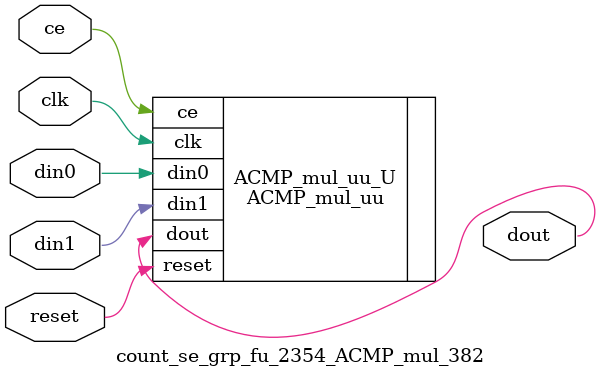
<source format=v>

`timescale 1 ns / 1 ps
module count_se_grp_fu_2354_ACMP_mul_382(
    clk,
    reset,
    ce,
    din0,
    din1,
    dout);

parameter ID = 32'd1;
parameter NUM_STAGE = 32'd1;
parameter din0_WIDTH = 32'd1;
parameter din1_WIDTH = 32'd1;
parameter dout_WIDTH = 32'd1;
input clk;
input reset;
input ce;
input[din0_WIDTH - 1:0] din0;
input[din1_WIDTH - 1:0] din1;
output[dout_WIDTH - 1:0] dout;



ACMP_mul_uu #(
.ID( ID ),
.NUM_STAGE( 3 ),
.din0_WIDTH( din0_WIDTH ),
.din1_WIDTH( din1_WIDTH ),
.dout_WIDTH( dout_WIDTH ))
ACMP_mul_uu_U(
    .clk( clk ),
    .reset( reset ),
    .ce( ce ),
    .din0( din0 ),
    .din1( din1 ),
    .dout( dout ));

endmodule

</source>
